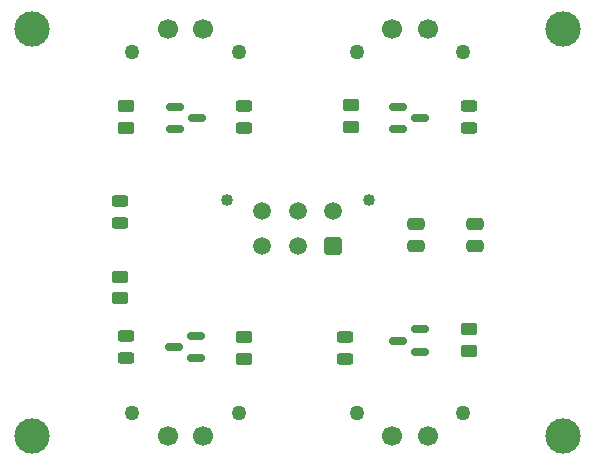
<source format=gbr>
%TF.GenerationSoftware,KiCad,Pcbnew,8.0.5*%
%TF.CreationDate,2024-10-02T10:46:17-05:00*%
%TF.ProjectId,FanBoardPCB,46616e42-6f61-4726-9450-43422e6b6963,rev?*%
%TF.SameCoordinates,Original*%
%TF.FileFunction,Soldermask,Top*%
%TF.FilePolarity,Negative*%
%FSLAX46Y46*%
G04 Gerber Fmt 4.6, Leading zero omitted, Abs format (unit mm)*
G04 Created by KiCad (PCBNEW 8.0.5) date 2024-10-02 10:46:17*
%MOMM*%
%LPD*%
G01*
G04 APERTURE LIST*
G04 Aperture macros list*
%AMRoundRect*
0 Rectangle with rounded corners*
0 $1 Rounding radius*
0 $2 $3 $4 $5 $6 $7 $8 $9 X,Y pos of 4 corners*
0 Add a 4 corners polygon primitive as box body*
4,1,4,$2,$3,$4,$5,$6,$7,$8,$9,$2,$3,0*
0 Add four circle primitives for the rounded corners*
1,1,$1+$1,$2,$3*
1,1,$1+$1,$4,$5*
1,1,$1+$1,$6,$7*
1,1,$1+$1,$8,$9*
0 Add four rect primitives between the rounded corners*
20,1,$1+$1,$2,$3,$4,$5,0*
20,1,$1+$1,$4,$5,$6,$7,0*
20,1,$1+$1,$6,$7,$8,$9,0*
20,1,$1+$1,$8,$9,$2,$3,0*%
G04 Aperture macros list end*
%ADD10RoundRect,0.250000X0.450000X-0.262500X0.450000X0.262500X-0.450000X0.262500X-0.450000X-0.262500X0*%
%ADD11RoundRect,0.250000X-0.450000X0.262500X-0.450000X-0.262500X0.450000X-0.262500X0.450000X0.262500X0*%
%ADD12RoundRect,0.150000X-0.587500X-0.150000X0.587500X-0.150000X0.587500X0.150000X-0.587500X0.150000X0*%
%ADD13C,1.020000*%
%ADD14RoundRect,0.250001X0.499999X0.499999X-0.499999X0.499999X-0.499999X-0.499999X0.499999X-0.499999X0*%
%ADD15C,1.500000*%
%ADD16C,1.270000*%
%ADD17C,1.700000*%
%ADD18C,3.000000*%
%ADD19RoundRect,0.243750X0.456250X-0.243750X0.456250X0.243750X-0.456250X0.243750X-0.456250X-0.243750X0*%
%ADD20RoundRect,0.243750X-0.456250X0.243750X-0.456250X-0.243750X0.456250X-0.243750X0.456250X0.243750X0*%
%ADD21RoundRect,0.250000X0.475000X-0.250000X0.475000X0.250000X-0.475000X0.250000X-0.475000X-0.250000X0*%
%ADD22RoundRect,0.150000X0.587500X0.150000X-0.587500X0.150000X-0.587500X-0.150000X0.587500X-0.150000X0*%
G04 APERTURE END LIST*
D10*
%TO.C,R9*%
X154000000Y-64325000D03*
X154000000Y-62500000D03*
%TD*%
D11*
%TO.C,R4*%
X173500000Y-48000000D03*
X173500000Y-49825000D03*
%TD*%
%TO.C,R3*%
X154500000Y-49865000D03*
X154500000Y-48040000D03*
%TD*%
D12*
%TO.C,Q2*%
X177500000Y-48100000D03*
X177500000Y-50000000D03*
X179375000Y-49050000D03*
%TD*%
%TO.C,Q1*%
X160500000Y-49040000D03*
X158625000Y-49990000D03*
X158625000Y-48090000D03*
%TD*%
D13*
%TO.C,J13*%
X175000000Y-55980000D03*
X163000000Y-55980000D03*
D14*
X172000000Y-59920000D03*
D15*
X169000000Y-59920000D03*
X166000000Y-59920000D03*
X172000000Y-56920000D03*
X169000000Y-56920000D03*
X166000000Y-56920000D03*
%TD*%
D16*
%TO.C,J2*%
X183000000Y-43500000D03*
X174000000Y-43500000D03*
D17*
X180000000Y-41540000D03*
X177000000Y-41540000D03*
%TD*%
%TO.C,J1*%
X158000000Y-41550000D03*
X161000000Y-41550000D03*
D16*
X155000000Y-43510000D03*
X164000000Y-43510000D03*
%TD*%
D18*
%TO.C,H4*%
X146500000Y-76000000D03*
%TD*%
%TO.C,H3*%
X191500000Y-76000000D03*
%TD*%
%TO.C,H2*%
X191500000Y-41500000D03*
%TD*%
%TO.C,H1*%
X146500000Y-41500000D03*
%TD*%
D19*
%TO.C,D5*%
X154000000Y-57937500D03*
X154000000Y-56062500D03*
%TD*%
D20*
%TO.C,D2*%
X164500000Y-49915000D03*
X164500000Y-48040000D03*
%TD*%
%TO.C,D1*%
X183500000Y-48062500D03*
X183500000Y-49937500D03*
%TD*%
D21*
%TO.C,C2*%
X179000000Y-59900000D03*
X179000000Y-58000000D03*
%TD*%
%TO.C,C1*%
X184000000Y-59900000D03*
X184000000Y-58000000D03*
%TD*%
D19*
%TO.C,D3*%
X173000000Y-67585000D03*
X173000000Y-69460000D03*
%TD*%
D10*
%TO.C,R2*%
X183500000Y-68785000D03*
X183500000Y-66960000D03*
%TD*%
D17*
%TO.C,J3*%
X180000000Y-75960000D03*
X177000000Y-75960000D03*
D16*
X183000000Y-74000000D03*
X174000000Y-74000000D03*
%TD*%
D22*
%TO.C,Q4*%
X177500000Y-67910000D03*
X179375000Y-66960000D03*
X179375000Y-68860000D03*
%TD*%
%TO.C,Q3*%
X160375000Y-69410000D03*
X160375000Y-67510000D03*
X158500000Y-68460000D03*
%TD*%
D10*
%TO.C,R1*%
X164500000Y-67635000D03*
X164500000Y-69460000D03*
%TD*%
D19*
%TO.C,D4*%
X154500000Y-67522500D03*
X154500000Y-69397500D03*
%TD*%
D17*
%TO.C,J4*%
X161000000Y-75960000D03*
X158000000Y-75960000D03*
D16*
X164000000Y-74000000D03*
X155000000Y-74000000D03*
%TD*%
M02*

</source>
